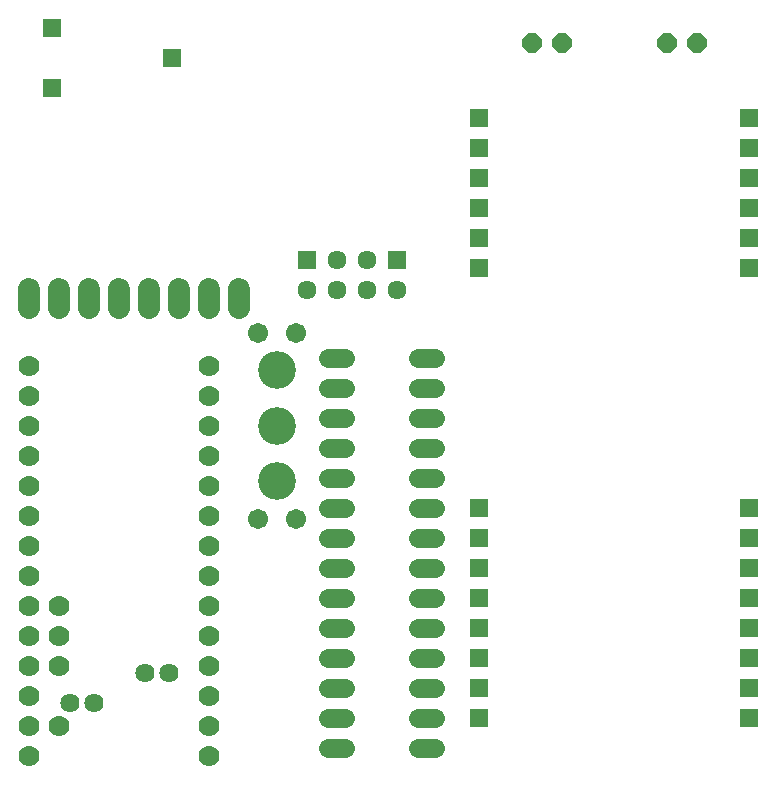
<source format=gbs>
G75*
%MOIN*%
%OFA0B0*%
%FSLAX25Y25*%
%IPPOS*%
%LPD*%
%AMOC8*
5,1,8,0,0,1.08239X$1,22.5*
%
%ADD10C,0.06400*%
%ADD11OC8,0.06400*%
%ADD12C,0.07200*%
%ADD13C,0.07000*%
%ADD14R,0.06350X0.06350*%
%ADD15C,0.06350*%
%ADD16C,0.06400*%
%ADD17C,0.12611*%
%ADD18C,0.06706*%
D10*
X0041056Y0073933D03*
X0048930Y0073933D03*
X0066056Y0083933D03*
X0073930Y0083933D03*
D11*
X0194993Y0293933D03*
X0204993Y0293933D03*
X0239993Y0293933D03*
X0249993Y0293933D03*
D12*
X0097493Y0212133D02*
X0097493Y0205733D01*
X0087493Y0205733D02*
X0087493Y0212133D01*
X0077493Y0212133D02*
X0077493Y0205733D01*
X0067493Y0205733D02*
X0067493Y0212133D01*
X0057493Y0212133D02*
X0057493Y0205733D01*
X0047493Y0205733D02*
X0047493Y0212133D01*
X0037493Y0212133D02*
X0037493Y0205733D01*
X0027493Y0205733D02*
X0027493Y0212133D01*
D13*
X0027493Y0056433D03*
X0027493Y0066433D03*
X0037493Y0066433D03*
X0027493Y0076433D03*
X0027493Y0086433D03*
X0037493Y0086433D03*
X0037493Y0096433D03*
X0027493Y0096433D03*
X0027493Y0106433D03*
X0037493Y0106433D03*
X0027493Y0116433D03*
X0027493Y0126433D03*
X0027493Y0136433D03*
X0027493Y0146433D03*
X0027493Y0156433D03*
X0027493Y0166433D03*
X0027493Y0176433D03*
X0027493Y0186433D03*
X0087493Y0186433D03*
X0087493Y0176433D03*
X0087493Y0166433D03*
X0087493Y0156433D03*
X0087493Y0146433D03*
X0087493Y0136433D03*
X0087493Y0126433D03*
X0087493Y0116433D03*
X0087493Y0106433D03*
X0087493Y0096433D03*
X0087493Y0086433D03*
X0087493Y0076433D03*
X0087493Y0066433D03*
X0087493Y0056433D03*
D14*
X0177493Y0068933D03*
X0177493Y0078933D03*
X0177493Y0088933D03*
X0177493Y0098933D03*
X0177493Y0108933D03*
X0177493Y0118933D03*
X0177493Y0128933D03*
X0177493Y0138933D03*
X0267493Y0138933D03*
X0267493Y0128933D03*
X0267493Y0118933D03*
X0267493Y0108933D03*
X0267493Y0098933D03*
X0267493Y0088933D03*
X0267493Y0078933D03*
X0267493Y0068933D03*
X0267493Y0218933D03*
X0267493Y0228933D03*
X0267493Y0238933D03*
X0267493Y0248933D03*
X0267493Y0258933D03*
X0267493Y0268933D03*
X0177493Y0268933D03*
X0177493Y0258933D03*
X0177493Y0248933D03*
X0177493Y0238933D03*
X0177493Y0228933D03*
X0177493Y0218933D03*
X0149934Y0221738D03*
X0119934Y0221738D03*
X0074993Y0288933D03*
X0034993Y0278933D03*
X0034993Y0298933D03*
D15*
X0129934Y0221738D03*
X0139934Y0221738D03*
X0139934Y0211738D03*
X0129934Y0211738D03*
X0119934Y0211738D03*
X0149934Y0211738D03*
D16*
X0157193Y0188933D02*
X0162793Y0188933D01*
X0162793Y0178933D02*
X0157193Y0178933D01*
X0157193Y0168933D02*
X0162793Y0168933D01*
X0162793Y0158933D02*
X0157193Y0158933D01*
X0157193Y0148933D02*
X0162793Y0148933D01*
X0162793Y0138933D02*
X0157193Y0138933D01*
X0157193Y0128933D02*
X0162793Y0128933D01*
X0162793Y0118933D02*
X0157193Y0118933D01*
X0157193Y0108933D02*
X0162793Y0108933D01*
X0162793Y0098933D02*
X0157193Y0098933D01*
X0157193Y0088933D02*
X0162793Y0088933D01*
X0162793Y0078933D02*
X0157193Y0078933D01*
X0157193Y0068933D02*
X0162793Y0068933D01*
X0162793Y0058933D02*
X0157193Y0058933D01*
X0132793Y0058933D02*
X0127193Y0058933D01*
X0127193Y0068933D02*
X0132793Y0068933D01*
X0132793Y0078933D02*
X0127193Y0078933D01*
X0127193Y0088933D02*
X0132793Y0088933D01*
X0132793Y0098933D02*
X0127193Y0098933D01*
X0127193Y0108933D02*
X0132793Y0108933D01*
X0132793Y0118933D02*
X0127193Y0118933D01*
X0127193Y0128933D02*
X0132793Y0128933D01*
X0132793Y0138933D02*
X0127193Y0138933D01*
X0127193Y0148933D02*
X0132793Y0148933D01*
X0132793Y0158933D02*
X0127193Y0158933D01*
X0127193Y0168933D02*
X0132793Y0168933D01*
X0132793Y0178933D02*
X0127193Y0178933D01*
X0127193Y0188933D02*
X0132793Y0188933D01*
D17*
X0109993Y0184933D03*
X0109993Y0166433D03*
X0109993Y0147933D03*
D18*
X0103693Y0135333D03*
X0116293Y0135333D03*
X0116293Y0197533D03*
X0103693Y0197533D03*
M02*

</source>
